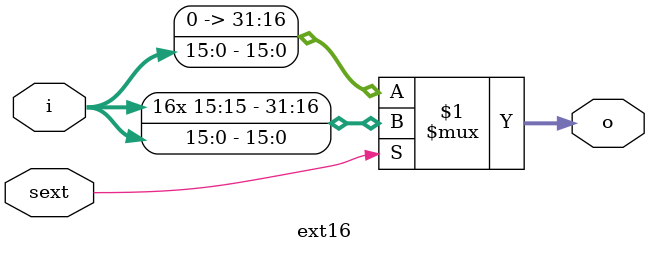
<source format=v>
`timescale 1ns / 1ps

module ext16 #(parameter WIDTH = 16)(
    input [WIDTH-1:0] i,
    input sext,  // 1 stands for signed
    output [31:0] o
);
    assign o = sext ? {{(32-WIDTH){i[WIDTH-1]}}, i} : {{(32-WIDTH){1'b0}}, i};
endmodule
</source>
